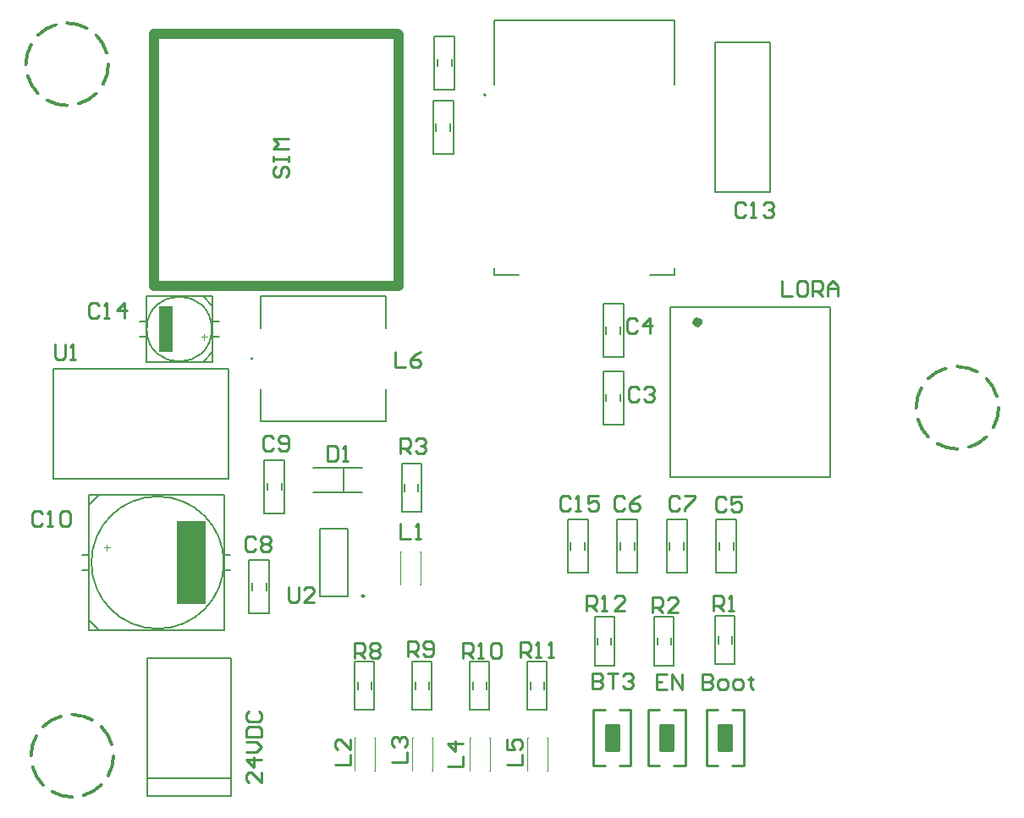
<source format=gto>
G04*
G04 #@! TF.GenerationSoftware,Altium Limited,Altium Designer,21.3.2 (30)*
G04*
G04 Layer_Color=65535*
%FSTAX24Y24*%
%MOIN*%
G70*
G04*
G04 #@! TF.SameCoordinates,F68421FC-E499-4976-B511-058DC5D6CA2F*
G04*
G04*
G04 #@! TF.FilePolarity,Positive*
G04*
G01*
G75*
%ADD10C,0.0118*%
%ADD11C,0.0079*%
%ADD12C,0.0060*%
%ADD13C,0.0050*%
%ADD14C,0.0098*%
%ADD15C,0.0320*%
%ADD16C,0.0394*%
%ADD17C,0.0040*%
%ADD18C,0.0100*%
%ADD19C,0.0070*%
%ADD20R,0.0522X0.1821*%
%ADD21R,0.1181X0.3307*%
%ADD22R,0.0500X0.1000*%
D10*
X028828Y010229D02*
G03*
X029534Y010636I-000408J001521D01*
G01*
X029799Y010998D02*
G03*
X03001Y011785I-001364J000787D01*
G01*
X027598Y010372D02*
G03*
X028385Y010161I000787J001364D01*
G01*
X027942Y013342D02*
G03*
X027236Y012934I000408J-001521D01*
G01*
X026829Y011342D02*
G03*
X027236Y010636I001521J000408D01*
G01*
X029942Y012228D02*
G03*
X029534Y012934I-001521J-000408D01*
G01*
X026972Y012573D02*
G03*
X026761Y011785I001364J-000787D01*
G01*
X029742Y039478D02*
G03*
X029334Y040184I-001521J-000408D01*
G01*
X029599Y038248D02*
G03*
X02981Y039035I-001364J000787D01*
G01*
X028628Y037479D02*
G03*
X029334Y037886I-000408J001521D01*
G01*
X027398Y037622D02*
G03*
X028185Y037411I000787J001364D01*
G01*
X026629Y038592D02*
G03*
X027036Y037886I001521J000408D01*
G01*
X026772Y039823D02*
G03*
X026561Y039035I001364J-000787D01*
G01*
X027742Y040592D02*
G03*
X027036Y040184I000408J-001521D01*
G01*
X028973Y040449D02*
G03*
X028185Y04066I-000787J-001364D01*
G01*
X029173Y013199D02*
G03*
X028385Y01341I-000787J-001364D01*
G01*
X064806Y025943D02*
G03*
X064399Y026649I-001521J-000408D01*
G01*
X064664Y024713D02*
G03*
X064875Y0255I-001364J000787D01*
G01*
X063693Y023944D02*
G03*
X064399Y024351I-000408J001521D01*
G01*
X062463Y024086D02*
G03*
X06325Y023875I000787J001364D01*
G01*
X061694Y025057D02*
G03*
X062101Y024351I001521J000408D01*
G01*
X061836Y026287D02*
G03*
X061625Y0255I001364J-000787D01*
G01*
X062807Y027057D02*
G03*
X062101Y026649I000408J-001521D01*
G01*
X064037Y026914D02*
G03*
X06325Y027125I-000787J-001364D01*
G01*
D11*
X044668Y037826D02*
G03*
X044668Y037826I-000039J0D01*
G01*
X04265Y03805D02*
X04286D01*
X04265D02*
Y04015D01*
X04334Y03896D02*
Y03924D01*
X04277Y03896D02*
Y03924D01*
X04265Y04015D02*
X04345D01*
Y03805D02*
Y04015D01*
X04286Y03805D02*
X04345D01*
X039251Y018081D02*
Y020719D01*
X038149Y018081D02*
Y020719D01*
Y018081D02*
X039251D01*
X038149Y020719D02*
X039251D01*
X03616Y02135D02*
X03675D01*
Y02345D01*
X03595D02*
X03675D01*
X03607Y02226D02*
Y02254D01*
X03664Y02226D02*
Y02254D01*
X03595Y02135D02*
Y02345D01*
Y02135D02*
X03616D01*
X05178Y01726D02*
X05209D01*
Y01534D02*
Y01726D01*
X05143Y01616D02*
Y01644D01*
X05196Y01616D02*
Y01644D01*
X05131Y01534D02*
X05209D01*
X05131D02*
Y01726D01*
X05178D01*
X03951Y01551D02*
X03998D01*
X03951Y01359D02*
Y01551D01*
Y01359D02*
X04029D01*
X04016Y01441D02*
Y01469D01*
X03963Y01441D02*
Y01469D01*
X04029Y01359D02*
Y01551D01*
X03998D02*
X04029D01*
X042247D02*
X042557D01*
Y01359D02*
Y01551D01*
X041897Y01441D02*
Y01469D01*
X042427Y01441D02*
Y01469D01*
X041777Y01359D02*
X042557D01*
X041777D02*
Y01551D01*
X042247D01*
X03535Y0174D02*
X03556D01*
X03535D02*
Y0195D01*
X03604Y01831D02*
Y01859D01*
X03547Y01831D02*
Y01859D01*
X03535Y0195D02*
X03615D01*
Y0174D02*
Y0195D01*
X03556Y0174D02*
X03615D01*
X04678Y01551D02*
X04709D01*
Y01359D02*
Y01551D01*
X04643Y01441D02*
Y01469D01*
X04696Y01441D02*
Y01469D01*
X04631Y01359D02*
X04709D01*
X04631D02*
Y01551D01*
X04678D01*
X044513D02*
X044823D01*
Y01359D02*
Y01551D01*
X044163Y01441D02*
Y01469D01*
X044693Y01441D02*
Y01469D01*
X044043Y01359D02*
X044823D01*
X044043D02*
Y01551D01*
X044513D01*
X04896Y01726D02*
X04943D01*
X04896Y01534D02*
Y01726D01*
Y01534D02*
X04974D01*
X04961Y01616D02*
Y01644D01*
X04908Y01616D02*
Y01644D01*
X04974Y01534D02*
Y01726D01*
X04943D02*
X04974D01*
X05371Y01731D02*
X05418D01*
X05371Y01539D02*
Y01731D01*
Y01539D02*
X05449D01*
X05436Y01621D02*
Y01649D01*
X05383Y01621D02*
Y01649D01*
X05449Y01539D02*
Y01731D01*
X05418D02*
X05449D01*
X05375Y019D02*
X05396D01*
X05375D02*
Y0211D01*
X05444Y01991D02*
Y02019D01*
X05387Y01991D02*
Y02019D01*
X05375Y0211D02*
X05455D01*
Y019D02*
Y0211D01*
X05396Y019D02*
X05455D01*
X0518D02*
X05201D01*
X0518D02*
Y0211D01*
X05249Y01991D02*
Y02019D01*
X05192Y01991D02*
Y02019D01*
X0518Y0211D02*
X0526D01*
Y019D02*
Y0211D01*
X05201Y019D02*
X0526D01*
X04985D02*
X05006D01*
X04985D02*
Y0211D01*
X05054Y01991D02*
Y02019D01*
X04997Y01991D02*
Y02019D01*
X04985Y0211D02*
X05065D01*
Y019D02*
Y0211D01*
X05006Y019D02*
X05065D01*
X0479Y0211D02*
X04849D01*
X0479Y019D02*
Y0211D01*
Y019D02*
X0487D01*
X04858Y01991D02*
Y02019D01*
X04801Y01991D02*
Y02019D01*
X0487Y019D02*
Y0211D01*
X04849D02*
X0487D01*
X051932Y022772D02*
X058231D01*
X051932Y029465D02*
X058231D01*
X051932Y022772D02*
Y029465D01*
X058231Y022772D02*
Y029465D01*
X0493Y0296D02*
X04989D01*
X0493Y0275D02*
Y0296D01*
Y0275D02*
X0501D01*
X04998Y02841D02*
Y02869D01*
X04941Y02841D02*
Y02869D01*
X0501Y0275D02*
Y0296D01*
X04989D02*
X0501D01*
X04951Y02485D02*
X0501D01*
Y02695D01*
X0493D02*
X0501D01*
X04942Y02576D02*
Y02604D01*
X04999Y02576D02*
Y02604D01*
X0493Y02485D02*
Y02695D01*
Y02485D02*
X04951D01*
X04167Y02139D02*
X04214D01*
Y02331D01*
X04136D02*
X04214D01*
X04149Y02221D02*
Y02249D01*
X04202Y02221D02*
Y02249D01*
X04136Y02139D02*
Y02331D01*
Y02139D02*
X04167D01*
X037863Y022158D02*
X039812D01*
X037863Y023142D02*
X039812D01*
X027638Y022715D02*
Y027046D01*
X034527D01*
Y022715D02*
Y027046D01*
X027638Y022715D02*
X034527D01*
X0537Y034D02*
X05588D01*
X0537Y0399D02*
X05588D01*
Y034D02*
Y0399D01*
X0537Y034D02*
Y0399D01*
X0426Y0376D02*
X04319D01*
X0426Y0355D02*
Y0376D01*
Y0355D02*
X0434D01*
X04328Y03641D02*
Y03669D01*
X04271Y03641D02*
Y03669D01*
X0434Y0355D02*
Y0376D01*
X04319D02*
X0434D01*
D12*
X03549Y027424D02*
G03*
X03543Y027424I-00003J0D01*
G01*
D02*
G03*
X03549Y027424I00003J0D01*
G01*
X04075Y028624D02*
Y029894D01*
X03581Y024954D02*
Y026224D01*
Y028624D02*
Y029894D01*
X04075D01*
Y024954D02*
Y026224D01*
X03581Y024954D02*
X04075D01*
D13*
X03388Y0286D02*
G03*
X03388Y0286I-00128J0D01*
G01*
X034358Y0194D02*
G03*
X034358Y0194I-002608J0D01*
G01*
X052109Y03822D02*
Y040779D01*
X045023D02*
X052109D01*
X045023Y03822D02*
Y040779D01*
X052109Y03074D02*
Y030996D01*
X051145Y03074D02*
X052109D01*
X045023D02*
X045987D01*
X045023D02*
Y030996D01*
X03132Y027301D02*
Y0286D01*
Y027301D02*
X033919D01*
X033919Y027301D02*
Y0286D01*
X033525Y027301D02*
X033919Y027694D01*
X03132Y0286D02*
Y029899D01*
X033919D01*
X033919Y029899D02*
X033919Y029899D01*
X033919Y0286D02*
Y029899D01*
Y028295D02*
X034175D01*
X033525Y029899D02*
X033919Y029506D01*
Y0286D02*
Y029643D01*
Y028905D02*
X034175D01*
X031055Y028295D02*
X03132D01*
X031055Y028905D02*
X03132D01*
X029043Y021428D02*
X029043Y021428D01*
Y021664D02*
X029437Y022057D01*
X029043Y0194D02*
Y022057D01*
X029043Y022057D02*
X029043Y022057D01*
X029043Y022057D02*
X034358D01*
Y0194D02*
Y022057D01*
X029043Y017372D02*
X029043Y017372D01*
Y017136D02*
X029437Y016743D01*
X028787Y019095D02*
X029043D01*
X034358Y019705D02*
X034624D01*
X034358Y019095D02*
X034624D01*
X028787Y019705D02*
X029043D01*
Y016743D02*
Y0194D01*
X029043Y016743D02*
X029043Y016743D01*
X029043Y016743D02*
X034358D01*
Y0194D01*
X039074Y022178D02*
Y023122D01*
D14*
X039891Y018081D02*
G03*
X039891Y018081I-000049J0D01*
G01*
D15*
X053051Y028874D02*
G03*
X053051Y028874I-000039J0D01*
G01*
D16*
X0316Y0303D02*
Y04025D01*
Y0303D02*
X04125D01*
X0316Y04025D02*
X0412D01*
X04125Y0303D02*
Y0402D01*
D17*
X0395Y01121D02*
X03952D01*
X0395Y01251D02*
X03953D01*
X04028D02*
X0403D01*
X04028Y01121D02*
X0403D01*
X0395D02*
Y01251D01*
X0403Y01121D02*
Y01251D01*
X044833Y01121D02*
Y01251D01*
X044033Y01121D02*
Y01251D01*
X044813Y01121D02*
X044833D01*
X044813Y01251D02*
X044833D01*
X044033D02*
X044063D01*
X044033Y01121D02*
X044053D01*
X041767D02*
X041787D01*
X041767Y01251D02*
X041797D01*
X042547D02*
X042567D01*
X042547Y01121D02*
X042567D01*
X041767D02*
Y01251D01*
X042567Y01121D02*
Y01251D01*
X0471Y01121D02*
Y01251D01*
X0463Y01121D02*
Y01251D01*
X04708Y01121D02*
X0471D01*
X04708Y01251D02*
X0471D01*
X0463D02*
X04633D01*
X0463Y01121D02*
X04632D01*
X0421Y01854D02*
Y01984D01*
X0413Y01854D02*
Y01984D01*
X04208Y01854D02*
X0421D01*
X04208Y01984D02*
X0421D01*
X0413D02*
X04133D01*
X0413Y01854D02*
X04132D01*
X033702Y028297D02*
X033469D01*
X033586Y02818D02*
Y028414D01*
X029634Y019988D02*
X029867D01*
X02975Y020105D02*
Y019872D01*
D18*
X04892Y01139D02*
X04937D01*
X04993D02*
X05038D01*
Y01361D01*
X04892Y01139D02*
Y01361D01*
X0494Y012D02*
Y013D01*
X0499D01*
Y012D02*
Y013D01*
X0494Y012D02*
X0499D01*
X04892Y01361D02*
X04937D01*
X04993D02*
X05038D01*
X05107Y01139D02*
X05152D01*
X05208D02*
X05253D01*
Y01361D01*
X05107Y01139D02*
Y01361D01*
X05155Y012D02*
Y013D01*
X05205D01*
Y012D02*
Y013D01*
X05155Y012D02*
X05205D01*
X05107Y01361D02*
X05152D01*
X05208D02*
X05253D01*
X05337Y01139D02*
X05382D01*
X05438D02*
X05483D01*
Y01361D01*
X05337Y01139D02*
Y01361D01*
X05385Y012D02*
Y013D01*
X05435D01*
Y012D02*
Y013D01*
X05385Y012D02*
X05435D01*
X05337Y01361D02*
X05382D01*
X05438D02*
X05483D01*
X0272Y02135D02*
X0271Y02145D01*
X0269D01*
X0268Y02135D01*
Y02095D01*
X0269Y02085D01*
X0271D01*
X0272Y02095D01*
X0274Y02085D02*
X0276D01*
X0275D01*
Y02145D01*
X0274Y02135D01*
X0279D02*
X028Y02145D01*
X0282D01*
X0283Y02135D01*
Y02095D01*
X0282Y02085D01*
X028D01*
X0279Y02095D01*
Y02135D01*
X0369Y01845D02*
Y01795D01*
X037Y01785D01*
X0372D01*
X0373Y01795D01*
Y01845D01*
X0379Y01785D02*
X0375D01*
X0379Y01825D01*
Y01835D01*
X0378Y01845D01*
X0376D01*
X0375Y01835D01*
X05635Y0305D02*
Y0299D01*
X05675D01*
X05725Y0305D02*
X05705D01*
X05695Y0304D01*
Y03D01*
X05705Y0299D01*
X05725D01*
X05735Y03D01*
Y0304D01*
X05725Y0305D01*
X05755Y0299D02*
Y0305D01*
X05785D01*
X05795Y0304D01*
Y0302D01*
X05785Y0301D01*
X05755D01*
X05775D02*
X05795Y0299D01*
X05815D02*
Y0303D01*
X05835Y0305D01*
X05855Y0303D01*
Y0299D01*
Y0302D01*
X05815D01*
X02945Y02955D02*
X02935Y02965D01*
X02915D01*
X02905Y02955D01*
Y02915D01*
X02915Y02905D01*
X02935D01*
X02945Y02915D01*
X02965Y02905D02*
X02985D01*
X02975D01*
Y02965D01*
X02965Y02955D01*
X03045Y02905D02*
Y02965D01*
X03015Y02935D01*
X03055D01*
X0411Y0277D02*
Y0271D01*
X0415D01*
X0421Y0277D02*
X0419Y0276D01*
X0417Y0274D01*
Y0272D01*
X0418Y0271D01*
X042D01*
X0421Y0272D01*
Y0273D01*
X042Y0274D01*
X0417D01*
X03585Y01115D02*
Y01075D01*
X03545Y01115D01*
X03535D01*
X03525Y01105D01*
Y01085D01*
X03535Y01075D01*
X03585Y01165D02*
X03525D01*
X03555Y01135D01*
Y01175D01*
X03525Y01195D02*
X03565D01*
X03585Y01215D01*
X03565Y01235D01*
X03525D01*
Y01255D02*
X03585D01*
Y01285D01*
X03575Y01295D01*
X03535D01*
X03525Y01285D01*
Y01255D01*
X03535Y01355D02*
X03525Y01345D01*
Y01325D01*
X03535Y01315D01*
X03575D01*
X03585Y01325D01*
Y01345D01*
X03575Y01355D01*
X03845Y024D02*
Y0234D01*
X03875D01*
X03885Y0235D01*
Y0239D01*
X03875Y024D01*
X03845D01*
X03905Y0234D02*
X03925D01*
X03915D01*
Y024D01*
X03905Y0239D01*
X0277Y02799D02*
Y02749D01*
X0278Y02739D01*
X028D01*
X0281Y02749D01*
Y02799D01*
X0283Y02739D02*
X0285D01*
X0284D01*
Y02799D01*
X0283Y02789D01*
X0549Y0335D02*
X0548Y0336D01*
X0546D01*
X0545Y0335D01*
Y0331D01*
X0546Y033D01*
X0548D01*
X0549Y0331D01*
X0551Y033D02*
X0553D01*
X0552D01*
Y0336D01*
X0551Y0335D01*
X0556D02*
X0557Y0336D01*
X0559D01*
X056Y0335D01*
Y0334D01*
X0559Y0333D01*
X0558D01*
X0559D01*
X056Y0332D01*
Y0331D01*
X0559Y033D01*
X0557D01*
X0556Y0331D01*
X04865Y0175D02*
Y0181D01*
X04895D01*
X04905Y018D01*
Y0178D01*
X04895Y0177D01*
X04865D01*
X04885D02*
X04905Y0175D01*
X04925D02*
X04945D01*
X04935D01*
Y0181D01*
X04925Y018D01*
X05015Y0175D02*
X04975D01*
X05015Y0179D01*
Y018D01*
X05005Y0181D01*
X04985D01*
X04975Y018D01*
X048Y02195D02*
X0479Y02205D01*
X0477D01*
X0476Y02195D01*
Y02155D01*
X0477Y02145D01*
X0479D01*
X048Y02155D01*
X0482Y02145D02*
X0484D01*
X0483D01*
Y02205D01*
X0482Y02195D01*
X0491Y02205D02*
X0487D01*
Y02175D01*
X0489Y02185D01*
X049D01*
X0491Y02175D01*
Y02155D01*
X049Y02145D01*
X0488D01*
X0487Y02155D01*
X048864Y01505D02*
Y01445D01*
X049163D01*
X049263Y01455D01*
Y01465D01*
X049163Y01475D01*
X048864D01*
X049163D01*
X049263Y01485D01*
Y01495D01*
X049163Y01505D01*
X048864D01*
X049463D02*
X049863D01*
X049663D01*
Y01445D01*
X050063Y01495D02*
X050163Y01505D01*
X050363D01*
X050463Y01495D01*
Y01485D01*
X050363Y01475D01*
X050263D01*
X050363D01*
X050463Y01465D01*
Y01455D01*
X050363Y01445D01*
X050163D01*
X050063Y01455D01*
X046025Y01566D02*
Y01626D01*
X046325D01*
X046425Y01616D01*
Y01596D01*
X046325Y01586D01*
X046025D01*
X046225D02*
X046425Y01566D01*
X046625D02*
X046825D01*
X046725D01*
Y01626D01*
X046625Y01616D01*
X047125Y01566D02*
X047325D01*
X047225D01*
Y01626D01*
X047125Y01616D01*
X043765Y01565D02*
Y01625D01*
X044065D01*
X044165Y01615D01*
Y01595D01*
X044065Y01585D01*
X043765D01*
X043965D02*
X044165Y01565D01*
X044365D02*
X044565D01*
X044465D01*
Y01625D01*
X044365Y01615D01*
X044864D02*
X044964Y01625D01*
X045164D01*
X045264Y01615D01*
Y01575D01*
X045164Y01565D01*
X044964D01*
X044864Y01575D01*
Y01615D01*
X041617Y01571D02*
Y016309D01*
X041917D01*
X042017Y016209D01*
Y016009D01*
X041917Y015909D01*
X041617D01*
X041817D02*
X042017Y01571D01*
X042217Y01581D02*
X042317Y01571D01*
X042517D01*
X042617Y01581D01*
Y016209D01*
X042517Y016309D01*
X042317D01*
X042217Y016209D01*
Y016109D01*
X042317Y016009D01*
X042617D01*
X0395Y01565D02*
Y01625D01*
X0398D01*
X0399Y01615D01*
Y01595D01*
X0398Y01585D01*
X0395D01*
X0397D02*
X0399Y01565D01*
X0401Y01615D02*
X0402Y01625D01*
X0404D01*
X0405Y01615D01*
Y01605D01*
X0404Y01595D01*
X0405Y01585D01*
Y01575D01*
X0404Y01565D01*
X0402D01*
X0401Y01575D01*
Y01585D01*
X0402Y01595D01*
X0401Y01605D01*
Y01615D01*
X0402Y01595D02*
X0404D01*
X0518Y015D02*
X0514D01*
Y0144D01*
X0518D01*
X0514Y0147D02*
X0516D01*
X052Y0144D02*
Y015D01*
X0524Y0144D01*
Y015D01*
X0364Y035D02*
X0363Y0349D01*
Y0347D01*
X0364Y0346D01*
X0365D01*
X0366Y0347D01*
Y0349D01*
X0367Y035D01*
X0368D01*
X0369Y0349D01*
Y0347D01*
X0368Y0346D01*
X0363Y0352D02*
Y0354D01*
Y0353D01*
X0369D01*
Y0352D01*
Y0354D01*
Y0357D02*
X0363D01*
X0365Y0359D01*
X0363Y0361D01*
X0369D01*
X0413Y0237D02*
Y0243D01*
X0416D01*
X0417Y0242D01*
Y024D01*
X0416Y0239D01*
X0413D01*
X0415D02*
X0417Y0237D01*
X0419Y0242D02*
X042Y0243D01*
X0422D01*
X0423Y0242D01*
Y0241D01*
X0422Y024D01*
X0421D01*
X0422D01*
X0423Y0239D01*
Y0238D01*
X0422Y0237D01*
X042D01*
X0419Y0238D01*
X05125Y01745D02*
Y01805D01*
X05155D01*
X05165Y01795D01*
Y01775D01*
X05155Y01765D01*
X05125D01*
X05145D02*
X05165Y01745D01*
X05225D02*
X05185D01*
X05225Y01785D01*
Y01795D01*
X05215Y01805D01*
X05195D01*
X05185Y01795D01*
X05365Y0175D02*
Y0181D01*
X05395D01*
X05405Y018D01*
Y0178D01*
X05395Y0177D01*
X05365D01*
X05385D02*
X05405Y0175D01*
X05425D02*
X05445D01*
X05435D01*
Y0181D01*
X05425Y018D01*
X0455Y01142D02*
X0461D01*
Y01182D01*
X0455Y01242D02*
Y01202D01*
X0458D01*
X0457Y01222D01*
Y01232D01*
X0458Y01242D01*
X046D01*
X0461Y01232D01*
Y01212D01*
X046Y01202D01*
X043183Y01137D02*
X043783D01*
Y01177D01*
Y01227D02*
X043183D01*
X043483Y01197D01*
Y01237D01*
X040978Y011546D02*
X041578D01*
Y011946D01*
X041078Y012146D02*
X040978Y012246D01*
Y012446D01*
X041078Y012546D01*
X041178D01*
X041278Y012446D01*
Y012346D01*
Y012446D01*
X041378Y012546D01*
X041478D01*
X041578Y012446D01*
Y012246D01*
X041478Y012146D01*
X03875Y01142D02*
X03935D01*
Y01182D01*
Y01242D02*
Y01202D01*
X03895Y01242D01*
X03885D01*
X03875Y01232D01*
Y01212D01*
X03885Y01202D01*
X0413Y02095D02*
Y02035D01*
X0417D01*
X0419D02*
X0421D01*
X042D01*
Y02095D01*
X0419Y02085D01*
X036318Y024296D02*
X036218Y024396D01*
X036018D01*
X035919Y024296D01*
Y023896D01*
X036018Y023796D01*
X036218D01*
X036318Y023896D01*
X036518D02*
X036618Y023796D01*
X036818D01*
X036918Y023896D01*
Y024296D01*
X036818Y024396D01*
X036618D01*
X036518Y024296D01*
Y024196D01*
X036618Y024096D01*
X036918D01*
X035613Y020346D02*
X035513Y020446D01*
X035313D01*
X035213Y020346D01*
Y019946D01*
X035313Y019846D01*
X035513D01*
X035613Y019946D01*
X035813Y020346D02*
X035913Y020446D01*
X036113D01*
X036213Y020346D01*
Y020246D01*
X036113Y020146D01*
X036213Y020046D01*
Y019946D01*
X036113Y019846D01*
X035913D01*
X035813Y019946D01*
Y020046D01*
X035913Y020146D01*
X035813Y020246D01*
Y020346D01*
X035913Y020146D02*
X036113D01*
X0523Y02195D02*
X0522Y02205D01*
X052D01*
X0519Y02195D01*
Y02155D01*
X052Y02145D01*
X0522D01*
X0523Y02155D01*
X0525Y02205D02*
X0529D01*
Y02195D01*
X0525Y02155D01*
Y02145D01*
X05015Y02195D02*
X05005Y02205D01*
X04985D01*
X04975Y02195D01*
Y02155D01*
X04985Y02145D01*
X05005D01*
X05015Y02155D01*
X05075Y02205D02*
X05055Y02195D01*
X05035Y02175D01*
Y02155D01*
X05045Y02145D01*
X05065D01*
X05075Y02155D01*
Y02165D01*
X05065Y02175D01*
X05035D01*
X05415Y0219D02*
X05405Y022D01*
X05385D01*
X05375Y0219D01*
Y0215D01*
X05385Y0214D01*
X05405D01*
X05415Y0215D01*
X05475Y022D02*
X05435D01*
Y0217D01*
X05455Y0218D01*
X05465D01*
X05475Y0217D01*
Y0215D01*
X05465Y0214D01*
X05445D01*
X05435Y0215D01*
X05065Y02895D02*
X05055Y02905D01*
X05035D01*
X05025Y02895D01*
Y02855D01*
X05035Y02845D01*
X05055D01*
X05065Y02855D01*
X05115Y02845D02*
Y02905D01*
X05085Y02875D01*
X05125D01*
X0507Y02625D02*
X0506Y02635D01*
X0504D01*
X0503Y02625D01*
Y02585D01*
X0504Y02575D01*
X0506D01*
X0507Y02585D01*
X0509Y02625D02*
X051Y02635D01*
X0512D01*
X0513Y02625D01*
Y02615D01*
X0512Y02605D01*
X0511D01*
X0512D01*
X0513Y02595D01*
Y02585D01*
X0512Y02575D01*
X051D01*
X0509Y02585D01*
X0532Y015D02*
Y0144D01*
X0535D01*
X0536Y0145D01*
Y0146D01*
X0535Y0147D01*
X0532D01*
X0535D01*
X0536Y0148D01*
Y0149D01*
X0535Y015D01*
X0532D01*
X0539Y0144D02*
X0541D01*
X0542Y0145D01*
Y0147D01*
X0541Y0148D01*
X0539D01*
X0538Y0147D01*
Y0145D01*
X0539Y0144D01*
X0545D02*
X0547D01*
X0548Y0145D01*
Y0147D01*
X0547Y0148D01*
X0545D01*
X0544Y0147D01*
Y0145D01*
X0545Y0144D01*
X0551Y0149D02*
Y0148D01*
X055D01*
X0552D01*
X0551D01*
Y0145D01*
X0552Y0144D01*
D19*
X03135Y0109D02*
X03465D01*
Y0102D02*
Y01565D01*
X03135Y0102D02*
Y01565D01*
X03465D01*
X03135Y0102D02*
X03465D01*
D20*
X032083Y028595D02*
D03*
D21*
X033069Y0194D02*
D03*
D22*
X04965Y0125D02*
D03*
X0518D02*
D03*
X0541Y0125D02*
D03*
M02*

</source>
